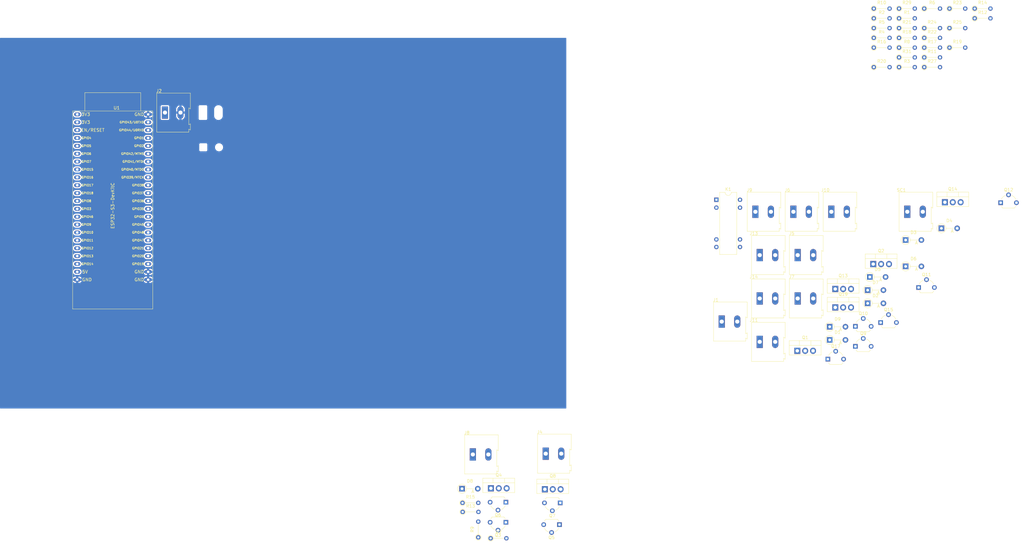
<source format=kicad_pcb>
(kicad_pcb (version 20211014) (generator pcbnew)
  (layers (0 "F.Cu" signal) (31 "B.Cu" power) (34 "B.Paste" user) (35 "F.Paste" user) (36 "B.SilkS" user "B.Silkscreen") (37 "F.SilkS" user "F.Silkscreen") (38 "B.Mask" user) (39 "F.Mask" user) (44 "Edge.Cuts" user))
  (net 0 "")
  (net 1 "+12V")
  (net 2 "Net-(D1-Pad2)")
  (net 3 "Net-(F1-Pad2)")
  (net 4 "GND")
  (net 5 "+3V3")
  (net 21 "Net-(D3-Pad2)")
  (net 24 "Net-(D4-Pad2)")
  (net 44 "Net-(C7-Pad2)")
  (net 45 "Net-(C8-Pad1)")
  (net 46 "Net-(D7-Pad2)")
  (net 47 "Net-(D8-Pad2)")
  (net 48 "Net-(D9-Pad2)")
  (net 49 "Net-(J1-Pad1)")
  (net 50 "Net-(C4-Pad1)")
  (net 51 "Net-(J6-Pad1)")
  (net 52 "Net-(C2-Pad1)")
  (net 53 "+5V")
  (net 54 "Net-(C5-Pad1)")
  (net 55 "Net-(C4-Pad2)")
  (net 56 "Net-(C5-Pad2)")
  (net 57 "Net-(Q2-Pad2)")
  (net 58 "VALVE1")
  (net 59 "Net-(Q3-Pad3)")
  (net 60 "Net-(Q4-Pad1)")
  (net 61 "VALVE4")
  (net 62 "Net-(Q5-Pad3)")
  (net 63 "Net-(Q7-Pad3)")
  (net 64 "VALVE3")
  (net 65 "Net-(Q11-Pad2)")
  (net 66 "Net-(Q10-Pad3)")
  (net 67 "Net-(Q11-Pad3)")
  (net 68 "Net-(Q12-Pad3)")
  (net 69 "VALVE5")
  (net 70 "Net-(Q15-Pad3)")
  (net 71 "Net-(Q17-Pad3)")
  (net 72 "/ADC1")
  (net 73 "Net-(R5-Pad2)")
  (net 74 "Net-(R11-Pad2)")
  (footprint "Resistor_THT:R_Axial_DIN0204_L3.6mm_D1.6mm_P5.08mm_Vertical" (layer "F.Cu") (at 184.023 166.497)
    (fp_text reference "R15" (at 2.54 -1.92) (layer "F.SilkS"))
    (fp_text value "10k")
    (pad "1" thru_hole circle (at 0 0) (size 1.4 1.4) (drill 0.7) (layers *.Cu *.Mask) (net 1 "+12V"))
    (pad "2" thru_hole oval (at 5.08 0) (size 1.4 1.4) (drill 0.7) (layers *.Cu *.Mask) (net 60 "Net-(Q4-Pad1)"))
  )
  (footprint "Resistor_THT:R_Axial_DIN0204_L3.6mm_D1.6mm_P5.08mm_Vertical" (layer "F.Cu") (at 324.739 13.31)
    (fp_text reference "R21" (at 2.54 -1.92) (layer "F.SilkS"))
    (fp_text value "10k")
    (pad "1" thru_hole circle (at 0 0) (size 1.4 1.4) (drill 0.7) (layers *.Cu *.Mask) (net 5 "+3V3"))
    (pad "2" thru_hole oval (at 5.08 0) (size 1.4 1.4) (drill 0.7) (layers *.Cu *.Mask) (net 65 "Net-(Q11-Pad2)"))
  )
  (footprint "Diode_THT:D_A-405_P5.08mm_Vertical_AnodeUp" (layer "F.Cu") (at 315.317 93.609)
    (fp_text reference "D5" (at 2.54 -2.47) (layer "F.SilkS"))
    (fp_text value "D_Small")
    (fp_text user "A" (at 3.48 0.9) (layer "F.SilkS"))
    (pad "1" thru_hole rect (at 0 0) (size 1.8 1.8) (drill 0.9) (layers *.Cu *.Mask) (net 44 "Net-(C7-Pad2)"))
    (pad "2" thru_hole oval (at 5.08 0) (size 1.8 1.8) (drill 0.9) (layers *.Cu *.Mask) (net 45 "Net-(C8-Pad1)"))
  )
  (footprint "Resistor_THT:R_Axial_DIN0204_L3.6mm_D1.6mm_P5.08mm_Vertical" (layer "F.Cu") (at 340.999 7.01)
    (fp_text reference "R23" (at 2.54 -1.92) (layer "F.SilkS"))
    (fp_text value "10k")
    (pad "1" thru_hole circle (at 0 0) (size 1.4 1.4) (drill 0.7) (layers *.Cu *.Mask) (net 1 "+12V"))
    (pad "2" thru_hole oval (at 5.08 0) (size 1.4 1.4) (drill 0.7) (layers *.Cu *.Mask) (net 67 "Net-(Q11-Pad3)"))
  )
  (footprint "Resistor_THT:R_Axial_DIN0204_L3.6mm_D1.6mm_P5.08mm_Vertical" (layer "F.Cu") (at 316.609 13.31)
    (fp_text reference "R5" (at 2.54 -1.92) (layer "F.SilkS"))
    (fp_text value "5k")
    (pad "1" thru_hole circle (at 0 0) (size 1.4 1.4) (drill 0.7) (layers *.Cu *.Mask) (net 5 "+3V3"))
    (pad "2" thru_hole oval (at 5.08 0) (size 1.4 1.4) (drill 0.7) (layers *.Cu *.Mask) (net 73 "Net-(R5-Pad2)"))
  )
  (footprint "Relay_THT:Relay_StandexMeder_DIP_LowProfile" (layer "F.Cu") (at 265.857 68.699)
    (fp_text reference "K1" (at 3.81 -3.39) (layer "F.SilkS"))
    (fp_text value "DIPxx-1Cxx-51x")
    (pad "1" thru_hole rect (at 0 0) (size 1.4 1.4) (drill 0.7) (layers *.Cu *.Mask) (net 54 "Net-(C5-Pad1)"))
    (pad "2" thru_hole circle (at 0 2.54) (size 1.4 1.4) (drill 0.7) (layers *.Cu *.Mask) (net 4 "GND"))
    (pad "6" thru_hole circle (at 0 12.8) (size 1.4 1.4) (drill 0.7) (layers *.Cu *.Mask) (net 50 "Net-(C4-Pad1)"))
    (pad "7" thru_hole circle (at 0 15.24) (size 1.4 1.4) (drill 0.7) (layers *.Cu *.Mask) (net 52 "Net-(C2-Pad1)"))
    (pad "8" thru_hole circle (at 7.62 15.24) (size 1.4 1.4) (drill 0.7) (layers *.Cu *.Mask) (net 52 "Net-(C2-Pad1)"))
    (pad "9" thru_hole circle (at 7.62 12.8) (size 1.4 1.4) (drill 0.7) (layers *.Cu *.Mask))
    (pad "13" thru_hole circle (at 7.62 2.54) (size 1.4 1.4) (drill 0.7) (layers *.Cu *.Mask))
    (pad "14" thru_hole circle (at 7.62 0) (size 1.4 1.4) (drill 0.7) (layers *.Cu *.Mask) (net 50 "Net-(C4-Pad1)"))
  )
  (footprint "Diode_THT:D_A-405_P5.08mm_Vertical_AnodeUp" (layer "F.Cu") (at 314.627 102.109)
    (fp_text reference "D2" (at 2.54 -2.47) (layer "F.SilkS"))
    (fp_text value "D_Small")
    (fp_text user "A" (at 3.48 0.9) (layer "F.SilkS"))
    (pad "1" thru_hole rect (at 0 0) (size 1.8 1.8) (drill 0.9) (layers *.Cu *.Mask) (net 1 "+12V"))
    (pad "2" thru_hole oval (at 5.08 0) (size 1.8 1.8) (drill 0.9) (layers *.Cu *.Mask) (net 4 "GND"))
  )
  (footprint "TerminalBlock:TerminalBlock_Altech_AK300-2_P5.00mm" (layer "F.Cu") (at 279.827 86.559)
    (fp_text reference "J13" (at -1.92 -6.99) (layer "F.SilkS"))
    (fp_text value "12V*_in")
    (pad "1" thru_hole rect (at 0 0) (size 1.98 3.96) (drill 1.32) (layers *.Cu *.Mask) (net 1 "+12V"))
    (pad "2" thru_hole oval (at 5 0) (size 1.98 3.96) (drill 1.32) (layers *.Cu *.Mask) (net 4 "GND"))
  )
  (footprint "Package_TO_SOT_THT:TO-220-3_Vertical" (layer "F.Cu") (at 210.566 162.108)
    (fp_text reference "Q8" (at 2.54 -4.27) (layer "F.SilkS"))
    (fp_text value "IRF3205")
    (pad "1" thru_hole rect (at 0 0) (size 1.905 2) (drill 1.1) (layers *.Cu *.Mask) (net 63 "Net-(Q7-Pad3)"))
    (pad "2" thru_hole oval (at 2.54 0) (size 1.905 2) (drill 1.1) (layers *.Cu *.Mask) (net 21 "Net-(D3-Pad2)"))
    (pad "3" thru_hole oval (at 5.08 0) (size 1.905 2) (drill 1.1) (layers *.Cu *.Mask) (net 4 "GND"))
  )
  (footprint "Resistor_THT:R_Axial_DIN0204_L3.6mm_D1.6mm_P5.08mm_Vertical" (layer "F.Cu") (at 316.609 7.01)
    (fp_text reference "R10" (at 2.54 -1.92) (layer "F.SilkS"))
    (fp_text value "DNP")
    (pad "1" thru_hole circle (at 0 0) (size 1.4 1.4) (drill 0.7) (layers *.Cu *.Mask) (net 61 "VALVE4"))
    (pad "2" thru_hole oval (at 5.08 0) (size 1.4 1.4) (drill 0.7) (layers *.Cu *.Mask) (net 62 "Net-(Q5-Pad3)"))
  )
  (footprint "TerminalBlock:TerminalBlock_Altech_AK300-2_P5.00mm" (layer "F.Cu") (at 290.677 72.569)
    (fp_text reference "J6" (at -1.92 -6.99) (layer "F.SilkS"))
    (fp_text value "adcon_input_wire")
    (pad "1" thru_hole rect (at 0 0) (size 1.98 3.96) (drill 1.32) (layers *.Cu *.Mask) (net 51 "Net-(J6-Pad1)"))
    (pad "2" thru_hole oval (at 5 0) (size 1.98 3.96) (drill 1.32) (layers *.Cu *.Mask) (net 4 "GND"))
  )
  (footprint "Resistor_THT:R_Axial_DIN0204_L3.6mm_D1.6mm_P5.08mm_Vertical" (layer "F.Cu") (at 193.09 177.927)
    (fp_text reference "R7" (at 2.54 -1.92) (layer "F.SilkS"))
    (fp_text value "10k")
    (pad "1" thru_hole circle (at 0 0) (size 1.4 1.4) (drill 0.7) (layers *.Cu *.Mask) (net 58 "VALVE1"))
    (pad "2" thru_hole oval (at 5.08 0) (size 1.4 1.4) (drill 0.7) (layers *.Cu *.Mask) (net 4 "GND"))
  )
  (footprint "Diode_THT:D_A-405_P5.08mm_Vertical_AnodeUp" (layer "F.Cu") (at 183.867 161.925)
    (fp_text reference "D8" (at 2.54 -2.47) (layer "F.SilkS"))
    (fp_text value "D_Small")
    (fp_text user "A" (at 3.48 0.9) (layer "F.SilkS"))
    (pad "1" thru_hole rect (at 0 0) (size 1.8 1.8) (drill 0.9) (layers *.Cu *.Mask) (net 1 "+12V"))
    (pad "2" thru_hole oval (at 5.08 0) (size 1.8 1.8) (drill 0.9) (layers *.Cu *.Mask) (net 47 "Net-(D8-Pad2)"))
  )
  (footprint "Resistor_THT:R_Axial_DIN0204_L3.6mm_D1.6mm_P5.08mm_Vertical" (layer "F.Cu") (at 324.739 10.16)
    (fp_text reference "R1" (at 2.54 -1.92) (layer "F.SilkS"))
    (fp_text value "50k")
    (pad "1" thru_hole circle (at 0 0) (size 1.4 1.4) (drill 0.7) (layers *.Cu *.Mask) (net 1 "+12V"))
    (pad "2" thru_hole oval (at 5.08 0) (size 1.4 1.4) (drill 0.7) (layers *.Cu *.Mask) (net 72 "/ADC1"))
  )
  (footprint "Diode_THT:D_A-405_P5.08mm_Vertical_AnodeUp" (layer "F.Cu") (at 314.627 97.859)
    (fp_text reference "D7" (at 2.54 -2.47) (layer "F.SilkS"))
    (fp_text value "D_Small")
    (fp_text user "A" (at 3.48 0.9) (layer "F.SilkS"))
    (pad "1" thru_hole rect (at 0 0) (size 1.8 1.8) (drill 0.9) (layers *.Cu *.Mask) (net 1 "+12V"))
    (pad "2" thru_hole oval (at 5.08 0) (size 1.8 1.8) (drill 0.9) (layers *.Cu *.Mask) (net 46 "Net-(D7-Pad2)"))
  )
  (footprint "Package_TO_SOT_THT:TO-92L_Wide" (layer "F.Cu") (at 198.003 172.759 180)
    (fp_text reference "Q3" (at 2.55 -4.15) (layer "F.SilkS"))
    (fp_text value "Q_NMOS_SGD")
    (pad "1" thru_hole rect (at 0 0 180) (size 1.5 1.5) (drill 0.8) (layers *.Cu *.Mask) (net 4 "GND"))
    (pad "2" thru_hole circle (at 2.54 -2.54 180) (size 1.5 1.5) (drill 0.8) (layers *.Cu *.Mask) (net 58 "VALVE1"))
    (pad "3" thru_hole circle (at 5.08 0 180) (size 1.5 1.5) (drill 0.8) (layers *.Cu *.Mask) (net 59 "Net-(Q3-Pad3)"))
  )
  (footprint "Package_TO_SOT_THT:TO-220-3_Vertical" (layer "F.Cu") (at 316.427 89.449)
    (fp_text reference "Q2" (at 2.54 -4.27) (layer "F.SilkS"))
    (fp_text value "IRF3205")
    (pad "1" thru_hole rect (at 0 0) (size 1.905 2) (drill 1.1) (layers *.Cu *.Mask) (net 56 "Net-(C5-Pad2)"))
    (pad "2" thru_hole oval (at 2.54 0) (size 1.905 2) (drill 1.1) (layers *.Cu *.Mask) (net 57 "Net-(Q2-Pad2)"))
    (pad "3" thru_hole oval (at 5.08 0) (size 1.905 2) (drill 1.1) (layers *.Cu *.Mask) (net 4 "GND"))
  )
  (footprint "Package_TO_SOT_THT:TO-92L_Wide" (layer "F.Cu") (at 310.667 115.999)
    (fp_text reference "Q9" (at 2.55 -4.15) (layer "F.SilkS"))
    (fp_text value "Q_NMOS_SGD")
    (pad "1" thru_hole rect (at 0 0) (size 1.5 1.5) (drill 0.8) (layers *.Cu *.Mask) (net 4 "GND"))
    (pad "2" thru_hole circle (at 2.54 -2.54) (size 1.5 1.5) (drill 0.8) (layers *.Cu *.Mask) (net 64 "VALVE3"))
    (pad "3" thru_hole circle (at 5.08 0) (size 1.5 1.5) (drill 0.8) (layers *.Cu *.Mask) (net 65 "Net-(Q11-Pad2)"))
  )
  (footprint "Resistor_THT:R_Axial_DIN0204_L3.6mm_D1.6mm_P5.08mm_Vertical" (layer "F.Cu") (at 324.739 22.76)
    (fp_text reference "R31" (at 2.54 -1.92) (layer "F.SilkS"))
    (fp_text value "10k")
    (pad "1" thru_hole circle (at 0 0) (size 1.4 1.4) (drill 0.7) (layers *.Cu *.Mask) (net 1 "+12V"))
    (pad "2" thru_hole oval (at 5.08 0) (size 1.4 1.4) (drill 0.7) (layers *.Cu *.Mask) (net 71 "Net-(Q17-Pad3)"))
  )
  (footprint "Espressif:ESP32-S3-DevKitC" (layer "F.Cu") (at 59.82452 41.1446)
    (fp_text reference "U1" (at 12.70368 -2.09728) (layer "F.SilkS"))
    (fp_text value "ESP32-S3-DevKitC" (at 11.43 29.464 90) (layer "F.SilkS"))
    (fp_text user "GPIO44/U0RXD" (at 21.59368 5.08272 unlocked) (layer "F.SilkS") (effects (font (size 0.7 0.7)) (justify right)))
    (fp_text user "GPIO38" (at 21.59368 22.86272 unlocked) (layer "F.SilkS") (effects (font (size 0.7 0.7)) (justify right)))
    (fp_text user "GPIO39/MTCK" (at 21.59368 20.32272 unlocked) (layer "F.SilkS") (effects (font (size 0.7 0.7)) (justify right)))
    (fp_text user "GPIO1" (at 21.59368 7.62272 unlocked) (layer "F.SilkS") (effects (font (size 0.7 0.7)) (justify right)))
    (fp_text user "GPIO13" (at 1.27368 45.72272 unlocked) (layer "F.SilkS") (effects (font (size 0.7 0.7)) (justify left)))
    (fp_text user "GPIO0" (at 21.59368 33.02272 unlocked) (layer "F.SilkS") (effects (font (size 0.7 0.7)) (justify right)))
    (fp_text user "GPIO3" (at 1.27368 30.48272 unlocked) (layer "F.SilkS") (effects (font (size 0.7 0.7)) (justify left)))
    (fp_text user "GPIO47" (at 21.59368 40.64272 unlocked) (layer "F.SilkS") (effects (font (size 0.7 0.7)) (justify right)))
    (fp_text user "GND" (at 21.59368 53.34272 unlocked) (layer "F.SilkS") (effects (justify right)))
    (fp_text user "GPIO42/MTMS" (at 21.59368 12.70272 unlocked) (layer "F.SilkS") (effects (font (size 0.7 0.7)) (justify right)))
    (fp_text user "GPIO48" (at 21.59368 38.10272 unlocked) (layer "F.SilkS") (effects (font (size 0.7 0.7)) (justify right)))
    (fp_text user "GPIO37" (at 21.59368 25.40272 unlocked) (layer "F.SilkS") (effects (font (size 0.7 0.7)) (justify right)))
    (fp_text user "GPIO16" (at 1.27368 20.32272 unlocked) (layer "F.SilkS") (effects (font (size 0.7 0.7)) (justify left)))
    (fp_text user "GPIO18" (at 1.27368 25.40272 unlocked) (layer "F.SilkS") (effects (font (size 0.7 0.7)) (justify left)))
    (fp_text user "GND" (at 21.59368 0.00272 unlocked) (layer "F.SilkS") (effects (justify right)))
    (fp_text user "GPIO9" (at 1.27368 35.56272 unlocked) (layer "F.SilkS") (effects (font (size 0.7 0.7)) (justify left)))
    (fp_text user "GPIO15" (at 1.27368 17.78272 unlocked) (layer "F.SilkS") (effects (font (size 0.7 0.7)) (justify left)))
    (fp_text user "GPIO14" (at 1.27368 48.26272 unlocked) (layer "F.SilkS") (effects (font (size 0.7 0.7)) (justify left)))
    (fp_text user "EN/RESET" (at 8.89 5.08 unlocked) (layer "F.SilkS") (effects (justify right)))
    (fp_text user "GPIO21" (at 21.59368 43.18272 unlocked) (layer "F.SilkS") (effects (font (size 0.7 0.7)) (justify right)))
    (fp_text user "GPIO12" (at 1.27368 43.18272 unlocked) (layer "F.SilkS") (effects (font (size 0.7 0.7)) (justify left)))
    (fp_text user "GPIO7" (at 1.27368 15.24272 unlocked) (layer "F.SilkS") (effects (font (size 0.7 0.7)) (justify left)))
    (fp_text user "GPIO5" (at 1.27368 10.16272 unlocked) (layer "F.SilkS") (effects (font (size 0.7 0.7)) (justify left)))
    (fp_text user "GPIO45" (at 21.59368 35.56272 unlocked) (layer "F.SilkS") (effects (font (size 0.7 0.7)) (justify right)))
    (fp_text user "GPIO20" (at 21.59368 45.72272 unlocked) (layer "F.SilkS") (effects (font (size 0.7 0.7)) (justify right)))
    (fp_text user "3V3" (at 1.27368 0.00272 unlocked) (layer "F.SilkS") (effects (justify left)))
    (fp_text user "GPIO41/MTDI" (at 21.59368 15.24272 unlocked) (layer "F.SilkS") (effects (font (size 0.7 0.7)) (justify right)))
    (fp_text user "GPIO46" (at 1.27368 33.02272 unlocked) (layer "F.SilkS") (effects (font (size 0.7 0.7)) (justify left)))
    (fp_text user "5V" (at 1.524 50.8 unlocked) (layer "F.SilkS") (effects (justify left)))
    (fp_text user "3V3" (at 1.27368 2.54272 unlocked) (layer "F.SilkS") (effects (justify left)))
    (fp_text user "GPIO6" (at 1.27368 12.70272 unlocked) (layer "F.SilkS") (effects (font (size 0.7 0.7)) (justify left)))
    (fp_text user "GND" (at 21.59368 50.80272 unlocked) (layer "F.SilkS") (effects (justify right)))
    (fp_text user "GPIO17" (at 1.27368 22.86272 unlocked) (layer "F.SilkS") (effects (font (size 0.7 0.7)) (justify left)))
    (fp_text user "GPIO43/U0TXD" (at 21.59368 2.54272 unlocked) (layer "F.SilkS") (effects (font (size 0.7 0.7)) (justify right)))
    (fp_text user "GPIO4" (at 1.27368 7.62272 unlocked) (layer "F.SilkS") (effects (font (size 0.7 0.7)) (justify left)))
    (fp_text user "GPIO36" (at 21.59368 27.94272 unlocked) (layer "F.SilkS") (effects (font (size 0.7 0.7)) (justify right)))
    (fp_text user "GPIO10" (at 1.27368 38.10272 unlocked) (layer "F.SilkS") (effects (font (size 0.7 0.7)) (justify left)))
    (fp_text user "GPIO19" (at 21.59368 48.26272 unlocked) (layer "F.SilkS") (effects (font (size 0.7 0.7)) (justify right)))
    (fp_text user "GPIO2" (at 21.59368 10.16272 unlocked) (layer "F.SilkS") (effects (font (size 0.7 0.7)) (justify right)))
    (fp_text user "GPIO40/MTDO" (at 21.59368 17.78272 unlocked) (layer "F.SilkS") (effects (font (size 0.7 0.7)) (justify right)))
    (fp_text user "GPIO11" (at 1.27368 40.64272 unlocked) (layer "F.SilkS") (effects (font (size 0.7 0.7)) (justify left)))
    (fp_text user "GPIO35" (at 21.59368 30.48272 unlocked) (layer "F.SilkS") (effects (font (size 0.7 0.7)) (justify right)))
    (fp_text user "GPIO8" (at 1.27368 27.94272 unlocked) (layer "F.SilkS") (effects (font (size 0.7 0.7)) (justify left)))
    (fp_text user "GND" (at 1.524 53.34 unlocked) (layer "F.SilkS") (effects (justify left)))
    (pad "1" thru_hole oval locked (at 0.00368 0.00272 270) (size 1.2 2) (drill 0.8) (layers *.Cu *.Mask) (net 5 "+3V3"))
    (pad "2" thru_hole oval locked (at 0.00368 2.54272 270) (size 1.2 2) (drill 0.8) (layers *.Cu *.Mask) (net 5 "+3V3"))
    (pad "3" thru_hole oval locked (at 0.00368 5.08272 270) (size 1.2 2) (drill 0.8) (layers *.Cu *.Mask))
    (pad "4" thru_hole oval locked (at 0.00368 7.62272 270) (size 1.2 2) (drill 0.8) (layers *.Cu *.Mask))
    (pad "5" thru_hole oval locked (at 0.00368 10.16272 270) (size 1.2 2) (drill 0.8) (layers *.Cu *.Mask))
    (pad "6" thru_hole oval locked (at 0.00368 12.70272 270) (size 1.2 2) (drill 0.8) (layers *.Cu *.Mask))
    (pad "7" thru_hole oval locked (at 0.00368 15.24272 270) (size 1.2 2) (drill 0.8) (layers *.Cu *.Mask))
    (pad "8" thru_hole oval locked (at 0.00368 17.78272 270) (size 1.2 2) (drill 0.8) (layers *.Cu *.Mask))
    (pad "9" thru_hole oval locked (at 0.00368 20.32272 270) (size 1.2 2) (drill 0.8) (layers *.Cu *.Mask))
    (pad "10" thru_hole oval locked (at 0.00368 22.86272 270) (size 1.2 2) (drill 0.8) (layers *.Cu *.Mask))
    (pad "11" thru_hole oval locked (at 0.00368 25.40272 270) (size 1.2 2) (drill 0.8) (layers *.Cu *.Mask))
    (pad "12" thru_hole oval locked (at 0.00368 27.94272 270) (size 1.2 2) (drill 0.8) (layers *.Cu *.Mask))
    (pad "13" thru_hole oval locked (at 0.00368 30.48272 270) (size 1.2 2) (drill 0.8) (layers *.Cu *.Mask))
    (pad "14" thru_hole oval locked (at 0.00368 33.02272 270) (size 1.2 2) (drill 0.8) (layers *.Cu *.Mask))
    (pad "15" thru_hole oval locked (at 0.00368 35.56272 270) (size 1.2 2) (drill 0.8) (layers *.Cu *.Mask))
    (pad "16" thru_hole oval locked (at 0.00368 38.10272 270) (size 1.2 2) (drill 0.8) (layers *.Cu *.Mask))
    (pad "17" thru_hole oval locked (at 0.00368 40.64272 270) (size 1.2 2) (drill 0.8) (layers *.Cu *.Mask))
    (pad "18" thru_hole oval locked (at 0.00368 43.18272 270) (size 1.2 2) (drill 0.8) (layers *.Cu *.Mask) (net 72 "/ADC1"))
    (pad "19" thru_hole oval locked (at 0.00368 45.72272 270) (size 1.2 2) (drill 0.8) (layers *.Cu *.Mask))
    (pad "20" thru_hole oval locked (at 0 48.26 270) (size 1.2 2) (drill 0.8) (layers *.Cu *.Mask))
    (pad "21" thru_hole oval locked (at 0 50.8 270) (size 1.2 2) (drill 0.8) (layers *.Cu *.Mask) (net 53 "+5V"))
    (pad "22" thru_hole roundrect locked (at 0 53.34 270) (size 1.2 2) (drill 0.8) (layers *.Cu *.Mask) (net 4 "GND"))
    (pad "23" thru_hole roundrect locked (at 22.86368 53.34272 270) (size 1.2 2) (drill 0.8) (layers *.Cu *.Mask) (net 4 "GND"))
    (pad "24" thru_hole roundrect locked (at 22.86368 50.80272 270) (size 1.2 2) (drill 0.8) (layers *.Cu *.Mask) (net 4 "GND"))
    (pad "25" thru_hole oval locked (at 22.86368 48.26272 270) (size 1.2 2) (drill 0.8) (layers *.Cu *.Mask))
    (pad "26" thru_hole oval locked (at 22.86368 45.72272 270) (size 1.2 2) (drill 0.8) (layers *.Cu *.Mask))
    (pad "27" thru_hole oval locked (at 22.86368 43.18272 270) (size 1.2 2) (drill 0.8) (layers *.Cu *.Mask))
    (pad "28" thru_hole oval locked (at 22.86368 40.64272 270) (size 1.2 2) (drill 0.8) (layers *.Cu *.Mask))
    (pad "29" thru_hole oval locked (at 22.86368 38.10272 270) (size 1.2 2) (drill 0.8) (layers *.Cu *.Mask))
    (pad "30" thru_hole oval locked (at 22.86368 35.56272 270) (size 1.2 2) (drill 0.8) (layers *.Cu *.Mask))
    (pad "31" thru_hole oval locked (at 22.86368 33.02272 270) (size 1.2 2) (drill 0.8) (layers *.Cu *.Mask))
    (pad "32" thru_hole oval locked (at 22.86368 30.48272 270) (size 1.2 2) (drill 0.8) (layers *.Cu *.Mask))
    (pad "33" thru_hole oval locked (at 22.86368 27.94272 270) (size 1.2 2) (drill 0.8) (layers *.Cu *.Mask))
    (pad "34" thru_hole oval locked (at 22.86368 25.40272 270) (size 1.2 2) (drill 0.8) (layers *.Cu *.Mask))
    (pad "35" thru_hole oval locked (at 22.86368 22.86272 270) (size 1.2 2) (drill 0.8) (layers *.Cu *.Mask))
    (pad "36" thru_hole oval locked (at 22.86368 20.32272 270) (size 1.2 2) (drill 0.8) (layers *.Cu *.Mask))
    (pad "37" thru_hole oval locked (at 22.86368 17.78272 270) (size 1.2 2) (drill 0.8) (layers *.Cu *.Mask))
    (pad "38" thru_hole oval locked (at 22.86368 15.24272 270) (size 1.2 2) (drill 0.8) (layers *.Cu *.Mask))
    (pad "39" thru_hole oval locked (at 22.86368 12.70272 270) (size 1.2 2) (drill 0.8) (layers *.Cu *.Mask))
    (pad "40" thru_hole oval locked (at 22.86368 10.16272 270) (size 1.2 2) (drill 0.8) (layers *.Cu *.Mask))
    (pad "41" thru_hole oval locked (at 22.86368 7.62272 270) (size 1.2 2) (drill 0.8) (layers *.Cu *.Mask))
    (pad "42" thru_hole oval locked (at 22.86368 5.08272 270) (size 1.2 2) (drill 0.8) (layers *.Cu *.Mask))
    (pad "43" thru_hole oval locked (at 22.86368 2.54272 270) (size 1.2 2) (drill 0.8) (layers *.Cu *.Mask))
    (pad "44" thru_hole roundrect locked (at 22.86368 0.00272 270) (size 1.2 2) (drill 0.8) (layers *.Cu *.Mask) (net 4 "GND"))
  )
  (footprint "Package_TO_SOT_THT:TO-220-3_Vertical" (layer "F.Cu") (at 304.187 97.479)
    (fp_text reference "Q13" (at 2.54 -4.27) (layer "F.SilkS"))
    (fp_text value "IRF3205")
    (pad "1" thru_hole rect (at 0 0) (size 1.905 2) (drill 1.1) (layers *.Cu *.Mask) (net 67 "Net-(Q11-Pad3)"))
    (pad "2" thru_hole oval (at 2.54 0) (size 1.905 2) (drill 1.1) (layers *.Cu *.Mask) (net 24 "Net-(D4-Pad2)"))
    (pad "3" thru_hole oval (at 5.08 0) (size 1.905 2) (drill 1.1) (layers *.Cu *.Mask) (net 4 "GND"))
  )
  (footprint "TerminalBlock:TerminalBlock_Altech_AK300-2_P5.00mm" (layer "F.Cu") (at 292.067 100.549)
    (fp_text reference "J7" (at -1.92 -6.99) (layer "F.SilkS"))
    (fp_text value "Solenoid4")
    (pad "1" thru_hole rect (at 0 0) (size 1.98 3.96) (drill 1.32) (layers *.Cu *.Mask) (net 1 "+12V"))
    (pad "2" thru_hole oval (at 5 0) (size 1.98 3.96) (drill 1.32) (layers *.Cu *.Mask) (net 46 "Net-(D7-Pad2)"))
  )
  (footprint "Resistor_THT:R_Axial_DIN0204_L3.6mm_D1.6mm_P5.08mm_Vertical" (layer "F.Cu") (at 324.739 25.91)
    (fp_text reference "R3" (at 2.54 -1.92) (layer "F.SilkS"))
    (fp_text value "10k")
    (pad "1" thru_hole circle (at 0 0) (size 1.4 1.4) (drill 0.7) (layers *.Cu *.Mask) (net 50 "Net-(C4-Pad1)"))
    (pad "2" thru_hole oval (at 5.08 0) (size 1.4 1.4) (drill 0.7) (layers *.Cu *.Mask) (net 55 "Net-(C4-Pad2)"))
  )
  (footprint "Diode_THT:D_A-405_P5.08mm_Vertical_AnodeUp" (layer "F.Cu") (at 326.867 90.189)
    (fp_text reference "D6" (at 2.54 -2.47) (layer "F.SilkS"))
    (fp_text value "D_Small")
    (fp_text user "A" (at 3.48 0.9) (layer "F.SilkS"))
    (pad "1" thru_hole rect (at 0 0) (size 1.8 1.8) (drill 0.9) (layers *.Cu *.Mask) (net 4 "GND"))
    (pad "2" thru_hole oval (at 5.08 0) (size 1.8 1.8) (drill 0.9) (layers *.Cu *.Mask) (net 44 "Net-(C7-Pad2)"))
  )
  (footprint "Resistor_THT:R_Axial_DIN0204_L3.6mm_D1.6mm_P5.08mm_Vertical" (layer "F.Cu") (at 349.129 10.16)
    (fp_text reference "R12" (at 2.54 -1.92) (layer "F.SilkS"))
    (fp_text value "120")
    (pad "1" thru_hole circle (at 0 0) (size 1.4 1.4) (drill 0.7) (layers *.Cu *.Mask) (net 74 "Net-(R11-Pad2)"))
    (pad "2" thru_hole oval (at 5.08 0) (size 1.4 1.4) (drill 0.7) (layers *.Cu *.Mask) (net 45 "Net-(C8-Pad1)"))
  )
  (footprint "Resistor_THT:R_Axial_DIN0204_L3.6mm_D1.6mm_P5.08mm_Vertical" (layer "F.Cu") (at 332.869 19.61)
    (fp_text reference "R17" (at 2.54 -1.92) (layer "F.SilkS"))
    (fp_text value "10k")
    (pad "1" thru_hole circle (at 0 0) (size 1.4 1.4) (drill 0.7) (layers *.Cu *.Mask) (net 64 "VALVE3"))
    (pad "2" thru_hole oval (at 5.08 0) (size 1.4 1.4) (drill 0.7) (layers *.Cu *.Mask) (net 4 "GND"))
  )
  (footprint "TerminalBlock:TerminalBlock_Altech_AK300-2_P5.00mm" (layer "F.Cu") (at 278.437 72.569)
    (fp_text reference "J9" (at -1.92 -6.99) (layer "F.SilkS"))
    (fp_text value "12V_in")
    (pad "1" thru_hole rect (at 0 0) (size 1.98 3.96) (drill 1.32) (layers *.Cu *.Mask) (net 4 "GND"))
    (pad "2" thru_hole oval (at 5 0) (size 1.98 3.96) (drill 1.32) (layers *.Cu *.Mask) (net 52 "Net-(C2-Pad1)"))
  )
  (footprint "Resistor_THT:R_Axial_DIN0204_L3.6mm_D1.6mm_P5.08mm_Vertical" (layer "F.Cu") (at 189.103 177.623 90)
    (fp_text reference "R9" (at 2.54 -1.92 90) (layer "F.SilkS"))
    (fp_text value "DNP")
    (pad "1" thru_hole circle (at 0 0 90) (size 1.4 1.4) (drill 0.7) (layers *.Cu *.Mask) (net 58 "VALVE1"))
    (pad "2" thru_hole oval (at 5.08 0 90) (size 1.4 1.4) (drill 0.7) (layers *.Cu *.Mask) (net 59 "Net-(Q3-Pad3)"))
  )
  (footprint "Resistor_THT:R_Axial_DIN0204_L3.6mm_D1.6mm_P5.08mm_Vertical" (layer "F.Cu") (at 340.999 13.31)
    (fp_text reference "R25" (at 2.54 -1.92) (layer "F.SilkS"))
    (fp_text value "10k")
    (pad "1" thru_hole circle (at 0 0) (size 1.4 1.4) (drill 0.7) (layers *.Cu *.Mask) (net 69 "VALVE5"))
    (pad "2" thru_hole oval (at 5.08 0) (size 1.4 1.4) (drill 0.7) (layers *.Cu *.Mask) (net 4 "GND"))
  )
  (footprint "TerminalBlock:TerminalBlock_Altech_AK300-2_P5.00mm" (layer "F.Cu") (at 279.827 114.539)
    (fp_text reference "J11" (at -1.92 -6.99) (layer "F.SilkS"))
    (fp_text value "Solenoid5*")
    (pad "1" thru_hole rect (at 0 0) (size 1.98 3.96) (drill 1.32) (layers *.Cu *.Mask) (net 1 "+12V"))
    (pad "2" thru_hole oval (at 5 0) (size 1.98 3.96) (drill 1.32) (layers *.Cu *.Mask) (net 48 "Net-(D9-Pad2)"))
  )
  (footprint "TerminalBlock:TerminalBlock_Altech_AK300-2_P5.00mm" (layer "F.Cu") (at 302.917 72.569)
    (fp_text reference "J10" (at -1.92 -6.99) (layer "F.SilkS"))
    (fp_text value "13.5-14V*_out")
    (pad "1" thru_hole rect (at 0 0) (size 1.98 3.96) (drill 1.32) (layers *.Cu *.Mask) (net 4 "GND"))
    (pad "2" thru_hole oval (at 5 0) (size 1.98 3.96) (drill 1.32) (layers *.Cu *.Mask) (net 2 "Net-(D1-Pad2)"))
  )
  (footprint "Resistor_THT:R_Axial_DIN0204_L3.6mm_D1.6mm_P5.08mm_Vertical" (layer "F.Cu") (at 316.609 19.61)
    (fp_text reference "R16" (at 2.54 -1.92) (layer "F.SilkS"))
    (fp_text value "10k")
    (pad "1" thru_hole circle (at 0 0) (size 1.4 1.4) (drill 0.7) (layers *.Cu *.Mask) (net 1 "+12V"))
    (pad "2" thru_hole oval (at 5.08 0) (size 1.4 1.4) (drill 0.7) (layers *.Cu *.Mask) (net 63 "Net-(Q7-Pad3)"))
  )
  (footprint "Diode_THT:D_A-405_P5.08mm_Vertical_AnodeUp" (layer "F.Cu") (at 302.387 113.919)
    (fp_text reference "D1" (at 2.54 -2.47) (layer "F.SilkS"))
    (fp_text value "D_Small")
    (fp_text user "A" (at 3.48 0.9) (layer "F.SilkS"))
    (pad "1" thru_hole rect (at 0 0) (size 1.8 1.8) (drill 0.9) (layers *.Cu *.Mask) (net 1 "+12V"))
    (pad "2" thru_hole oval (at 5.08 0) (size 1.8 1.8) (drill 0.9) (layers *.Cu *.Mask) (net 2 "Net-(D1-Pad2)"))
  )
  (footprint "Resistor_THT:R_Axial_DIN0204_L3.6mm_D1.6mm_P5.08mm_Vertical" (layer "F.Cu") (at 324.739 16.46)
    (fp_text reference "R18" (at 2.54 -1.92) (layer "F.SilkS"))
    (fp_text value "10k")
    (pad "1" thru_hole circle (at 0 0) (size 1.4 1.4) (drill 0.7) (layers *.Cu *.Mask) (net 61 "VALVE4"))
    (pad "2" thru_hole oval (at 5.08 0) (size 1.4 1.4) (drill 0.7) (layers *.Cu *.Mask) (net 4 "GND"))
  )
  (footprint "Diode_THT:D_A-405_P5.08mm_Vertical_AnodeUp" (layer "F.Cu") (at 338.407 77.909)
    (fp_text reference "D4" (at 2.54 -2.47) (layer "F.SilkS"))
    (fp_text value "D_Small")
    (fp_text user "A" (at 3.48 0.9) (layer "F.SilkS"))
    (pad "1" thru_hole rect (at 0 0) (size 1.8 1.8) (drill 0.9) (layers *.Cu *.Mask) (net 1 "+12V"))
    (pad "2" thru_hole oval (at 5.08 0) (size 1.8 1.8) (drill 0.9) (layers *.Cu *.Mask) (net 24 "Net-(D4-Pad2)"))
  )
  (footprint "Diode_THT:D_A-405_P5.08mm_Vertical_AnodeUp" (layer "F.Cu") (at 302.387 109.669)
    (fp_text reference "D9" (at 2.54 -2.47) (layer "F.SilkS"))
    (fp_text value "D_Small")
    (fp_text user "A" (at 3.48 0.9) (layer "F.SilkS"))
    (pad "1" thru_hole rect (at 0 0) (size 1.8 1.8) (drill 0.9) (layers *.Cu *.Mask) (net 1 "+12V"))
    (pad "2" thru_hole oval (at 5.08 0) (size 1.8 1.8) (drill 0.9) (layers *.Cu *.Mask) (net 48 "Net-(D9-Pad2)"))
  )
  (footprint "TerminalBlock:TerminalBlock_Altech_AK300-2_P5.00mm" (layer "F.Cu") (at 267.587 108.009)
    (fp_text reference "J1" (at -1.92 -6.99) (layer "F.SilkS"))
    (fp_text value "12V extern")
    (pad "1" thru_hole rect (at 0 0) (size 1.98 3.96) (drill 1.32) (layers *.Cu *.Mask) (net 49 "Net-(J1-Pad1)"))
    (pad "2" thru_hole oval (at 5 0) (size 1.98 3.96) (drill 1.32) (layers *.Cu *.Mask) (net 50 "Net-(C4-Pad1)"))
  )
  (footprint "Package_TO_SOT_THT:TO-220-3_Vertical" (layer "F.Cu") (at 193.167 161.798)
    (fp_text reference "Q4" (at 2.54 -4.27) (layer "F.SilkS"))
    (fp_text value "IRF3205")
    (pad "1" thru_hole rect (at 0 0) (size 1.905 2) (drill 1.1) (layers *.Cu *.Mask) (net 60 "Net-(Q4-Pad1)"))
    (pad "2" thru_hole oval (at 2.54 0) (size 1.905 2) (drill 1.1) (layers *.Cu *.Mask) (net 47 "Net-(D8-Pad2)"))
    (pad "3" thru_hole oval (at 5.08 0) (size 1.905 2) (drill 1.1) (layers *.Cu *.Mask) (net 4 "GND"))
  )
  (footprint "Resistor_THT:R_Axial_DIN0204_L3.6mm_D1.6mm_P5.08mm_Vertical" (layer "F.Cu") (at 340.999 19.61)
    (fp_text reference "R19" (at 2.54 -1.92) (layer "F.SilkS"))
    (fp_text value "DNP")
    (pad "1" thru_hole circle (at 0 0) (size 1.4 1.4) (drill 0.7) (layers *.Cu *.Mask) (net 64 "VALVE3"))
    (pad "2" thru_hole oval (at 5.08 0) (size 1.4 1.4) (drill 0.7) (layers *.Cu *.Mask) (net 65 "Net-(Q11-Pad2)"))
  )
  (footprint "TerminalBlock:TerminalBlock_Altech_AK300-2_P5.00mm" (layer "F.Cu") (at 210.849 150.622)
    (fp_text reference "J4" (at -1.92 -6.99) (layer "F.SilkS"))
    (fp_text value "Solenoid2")
    (pad "1" thru_hole rect (at 0 0) (size 1.98 3.96) (drill 1.32) (layers *.Cu *.Mask) (net 1 "+12V"))
    (pad "2" thru_hole oval (at 5 0) (size 1.98 3.96) (drill 1.32) (layers *.Cu *.Mask) (net 21 "Net-(D3-Pad2)"))
  )
  (footprint "Package_TO_SOT_THT:TO-92L_Wide" (layer "F.Cu") (at 215.275 173.521 180)
    (fp_text reference "Q5" (at 2.55 -4.15) (layer "F.SilkS"))
    (fp_text value "Q_NMOS_SGD")
    (pad "1" thru_hole rect (at 0 0 180) (size 1.5 1.5) (drill 0.8) (layers *.Cu *.Mask) (net 4 "GND"))
    (pad "2" thru_hole circle (at 2.54 -2.54 180) (size 1.5 1.5) (drill 0.8) (layers *.Cu *.Mask) (net 61 "VALVE4"))
    (pad "3" thru_hole circle (at 5.08 0 180) (size 1.5 1.5) (drill 0.8) (layers *.Cu *.Mask) (net 62 "Net-(Q5-Pad3)"))
  )
  (footprint "Package_TO_SOT_THT:TO-220-3_Vertical" (layer "F.Cu") (at 291.947 117.429)
    (fp_text reference "Q1" (at 2.54 -4.27) (layer "F.SilkS"))
    (fp_text value "IRF3205")
    (pad "1" thru_hole rect (at 0 0) (size 1.905 2) (drill 1.1) (layers *.Cu *.Mask) (net 55 "Net-(C4-Pad2)"))
    (pad "2" thru_hole oval (at 2.54 0) (size 1.905 2) (drill 1.1) (layers *.Cu *.Mask) (net 49 "Net-(J1-Pad1)"))
    (pad "3" thru_hole oval (at 5.08 0) (size 1.905 2) (drill 1.1) (layers *.Cu *.Mask) (net 4 "GND"))
  )
  (footprint "TerminalBlock:TerminalBlock_Altech_AK300-2_P5.00mm" (layer "F.Cu") (at 187.354 150.876)
    (fp_text reference "J8" (at -1.92 -6.99) (layer "F.SilkS"))
    (fp_text value "Solenoid1")
    (pad "1" thru_hole rect (at 0 0) (size 1.98 3.96) (drill 1.32) (layers *.Cu *.Mask) (net 1 "+12V"))
    (pad "2" thru_hole oval (at 5 0) (size 1.98 3.96) (drill 1.32) (layers *.Cu *.Mask) (net 47 "Net-(D8-Pad2)"))
  )
  (footprint "Resistor_THT:R_Axial_DIN0204_L3.6mm_D1.6mm_P5.08mm_Vertical" (layer "F.Cu") (at 316.609 25.91)
    (fp_text reference "R20" (at 2.54 -1.92) (layer "F.SilkS"))
    (fp_text value "DNP")
    (pad "1" thru_hole circle (at 0 0) (size 1.4 1.4) (drill 0.7) (layers *.Cu *.Mask) (net 61 "VALVE4"))
    (pad "2" thru_hole oval (at 5.08 0) (size 1.4 1.4) (drill 0.7) (layers *.Cu *.Mask) (net 66 "Net-(Q10-Pad3)"))
  )
  (footprint "Resistor_THT:R_Axial_DIN0204_L3.6mm_D1.6mm_P5.08mm_Vertical" (layer "F.Cu") (at 332.869 16.46)
    (fp_text reference "R22" (at 2.54 -1.92) (layer "F.SilkS"))
    (fp_text value "10k")
    (pad "1" thru_hole circle (at 0 0) (size 1.4 1.4) (drill 0.7) (layers *.Cu *.Mask) (net 5 "+3V3"))
    (pad "2" thru_hole oval (at 5.08 0) (size 1.4 1.4) (drill 0.7) (layers *.Cu *.Mask) (net 66 "Net-(Q10-Pad3)"))
  )
  (footprint "Resistor_THT:R_Axial_DIN0204_L3.6mm_D1.6mm_P5.08mm_Vertical" (layer "F.Cu") (at 316.609 16.46)
    (fp_text reference "R4" (at 2.54 -1.92) (layer "F.SilkS"))
    (fp_text value "10k")
    (pad "1" thru_hole circle (at 0 0) (size 1.4 1.4) (drill 0.7) (layers *.Cu *.Mask) (net 54 "Net-(C5-Pad1)"))
    (pad "2" thru_hole oval (at 5.08 0) (size 1.4 1.4) (drill 0.7) (layers *.Cu *.Mask) (net 56 "Net-(C5-Pad2)"))
  )
  (footprint "TerminalBlock:TerminalBlock_Altech_AK300-2_P5.00mm" (layer "F.Cu") (at 292.067 86.559)
    (fp_text reference "J5" (at -1.92 -6.99) (layer "F.SilkS"))
    (fp_text value "Solenoid3")
    (pad "1" thru_hole rect (at 0 0) (size 1.98 3.96) (drill 1.32) (layers *.Cu *.Mask) (net 1 "+12V"))
    (pad "2" thru_hole oval (at 5 0) (size 1.98 3.96) (drill 1.32) (layers *.Cu *.Mask) (net 24 "Net-(D4-Pad2)"))
  )
  (footprint "Package_TO_SOT_THT:TO-92L_Wide" (layer "F.Cu") (at 198.003 166.282 180)
    (fp_text reference "Q6" (at 2.55 -4.15) (layer "F.SilkS"))
    (fp_text value "Q_NMOS_SGD")
    (pad "1" thru_hole rect (at 0 0 180) (size 1.5 1.5) (drill 0.8) (layers *.Cu *.Mask) (net 4 "GND"))
    (pad "2" thru_hole circle (at 2.54 -2.54 180) (size 1.5 1.5) (drill 0.8) (layers *.Cu *.Mask) (net 59 "Net-(Q3-Pad3)"))
    (pad "3" thru_hole circle (at 5.08 0 180) (size 1.5 1.5) (drill 0.8) (layers *.Cu *.Mask) (net 60 "Net-(Q4-Pad1)"))
  )
  (footprint "Resistor_THT:R_Axial_DIN0204_L3.6mm_D1.6mm_P5.08mm_Vertical" (layer "F.Cu") (at 324.739 19.61)
    (fp_text reference "R8" (at 2.54 -1.92) (layer "F.SilkS"))
    (fp_text value "10k")
    (pad "1" thru_hole circle (at 0 0) (size 1.4 1.4) (drill 0.7) (layers *.Cu *.Mask) (net 61 "VALVE4"))
    (pad "2" thru_hole oval (at 5.08 0) (size 1.4 1.4) (drill 0.7) (layers *.Cu *.Mask) (net 4 "GND"))
  )
  (footprint "Resistor_THT:R_Axial_DIN0204_L3.6mm_D1.6mm_P5.08mm_Vertical" (layer "F.Cu") (at 349.129 7.01)
    (fp_text reference "R14" (at 2.54 -1.92) (layer "F.SilkS"))
    (fp_text value "10k")
    (pad "1" thru_hole circle (at 0 0) (size 1.4 1.4) (drill 0.7) (layers *.Cu *.Mask) (net 5 "+3V3"))
    (pad "2" thru_hole oval (at 5.08 0) (size 1.4 1.4) (drill 0.7) (layers *.Cu *.Mask) (net 62 "Net-(Q5-Pad3)"))
  )
  (footprint "Package_TO_SOT_THT:TO-92L_Wide" (layer "F.Cu") (at 301.787 120.119)
    (fp_text reference "Q17" (at 2.55 -4.15) (layer "F.SilkS"))
    (fp_text value "Q_NMOS_SGD")
    (pad "1" thru_hole rect (at 0 0) (size 1.5 1.5) (drill 0.8) (layers *.Cu *.Mask) (net 4 "GND"))
    (pad "2" thru_hole circle (at 2.54 -2.54) (size 1.5 1.5) (drill 0.8) (layers *.Cu *.Mask) (net 70 "Net-(Q15-Pad3)"))
    (pad "3" thru_hole circle (at 5.08 0) (size 1.5 1.5) (drill 0.8) (layers *.Cu *.Mask) (net 71 "Net-(Q17-Pad3)"))
  )
  (footprint "Resistor_THT:R_Axial_DIN0204_L3.6mm_D1.6mm_P5.08mm_Vertical" (layer "F.Cu") (at 332.869 25.91)
    (fp_text reference "R27" (at 2.54 -1.92) (layer "F.SilkS"))
    (fp_text value "DNP")
    (pad "1" thru_hole circle (at 0 0) (size 1.4 1.4) (drill 0.7) (layers *.Cu *.Mask) (net 69 "VALVE5"))
    (pad "2" thru_hole oval (at 5.08 0) (size 1.4 1.4) (drill 0.7) (layers *.Cu *.Mask) (net 70 "Net-(Q15-Pad3)"))
  )
  (footprint "TerminalBlock:TerminalBlock_Altech_AK300-2_P5.00mm" (layer "F.Cu") (at 327.397 72.569)
    (fp_text reference "SC1" (at -1.92 -6.99) (layer "F.SilkS"))
    (fp_text value "Solar_Cells")
    (pad "1" thru_hole rect (at 0 0) (size 1.98 3.96) (drill 1.32) (layers *.Cu *.Mask) (net 54 "Net-(C5-Pad1)"))
    (pad "2" thru_hole oval (at 5 0) (size 1.98 3.96) (drill 1.32) (layers *.Cu *.Mask) (net 57 "Net-(Q2-Pad2)"))
  )
  (footprint "Resistor_THT:R_Axial_DIN0204_L3.6mm_D1.6mm_P5.08mm_Vertical" (layer "F.Cu") (at 316.609 10.16)
    (fp_text reference "R2" (at 2.54 -1.92) (layer "F.SilkS"))
    (fp_text value "10k")
    (pad "1" thru_hole circle (at 0 0) (size 1.4 1.4) (drill 0.7) (layers *.Cu *.Mask) (net 72 "/ADC1"))
    (pad "2" thru_hole oval (at 5.08 0) (size 1.4 1.4) (drill 0.7) (layers *.Cu *.Mask) (net 4 "GND"))
  )
  (footprint "TerminalBlock:TerminalBlock_Altech_AK300-2_P5.00mm" (layer "F.Cu") (at 88.1032 40.5692)
    (fp_text reference "J2" (at -1.92 -6.99) (layer "F.SilkS"))
    (fp_text value "baterie")
    (pad "1" thru_hole rect (at 0 0) (size 1.98 3.96) (drill 1.32) (layers *.Cu *.Mask) (net 3 "Net-(F1-Pad2)"))
    (pad "2" thru_hole oval (at 5 0) (size 1.98 3.96) (drill 1.32) (layers *.Cu *.Mask) (net 4 "GND"))
  )
  (footprint "Package_TO_SOT_THT:TO-220-3_Vertical" (layer "F.Cu") (at 304.187 103.439)
    (fp_text reference "Q19" (at 2.54 -4.27) (layer "F.SilkS"))
    (fp_text value "IRF3205")
    (pad "1" thru_hole rect (at 0 0) (size 1.905 2) (drill 1.1) (layers *.Cu *.Mask) (net 71 "Net-(Q17-Pad3)"))
    (pad "2" thru_hole oval (at 2.54 0) (size 1.905 2) (drill 1.1) (layers *.Cu *.Mask) (net 48 "Net-(D9-Pad2)"))
    (pad "3" thru_hole oval (at 5.08 0) (size 1.905 2) (drill 1.1) (layers *.Cu *.Mask) (net 4 "GND"))
  )
  (footprint "Package_TO_SOT_THT:TO-220-3_Vertical" (layer "F.Cu") (at 339.517 69.499)
    (fp_text reference "Q14" (at 2.54 -4.27) (layer "F.SilkS"))
    (fp_text value "IRF3205")
    (pad "1" thru_hole rect (at 0 0) (size 1.905 2) (drill 1.1) (layers *.Cu *.Mask) (net 68 "Net-(Q12-Pad3)"))
    (pad "2" thru_hole oval (at 2.54 0) (size 1.905 2) (drill 1.1) (layers *.Cu *.Mask) (net 46 "Net-(D7-Pad2)"))
    (pad "3" thru_hole oval (at 5.08 0) (size 1.905 2) (drill 1.1) (layers *.Cu *.Mask) (net 4 "GND"))
  )
  (footprint "Diode_THT:D_A-405_P5.08mm_Vertical_AnodeUp" (layer "F.Cu") (at 326.867 81.689)
    (fp_text reference "D3" (at 2.54 -2.47) (layer "F.SilkS"))
    (fp_text value "D_Small")
    (fp_text user "A" (at 3.48 0.9) (layer "F.SilkS"))
    (pad "1" thru_hole rect (at 0 0) (size 1.8 1.8) (drill 0.9) (layers *.Cu *.Mask) (net 1 "+12V"))
    (pad "2" thru_hole oval (at 5.08 0) (size 1.8 1.8) (drill 0.9) (layers *.Cu *.Mask) (net 21 "Net-(D3-Pad2)"))
  )
  (footprint "Resistor_THT:R_Axial_DIN0204_L3.6mm_D1.6mm_P5.08mm_Vertical" (layer "F.Cu") (at 332.869 13.31)
    (fp_text reference "R24" (at 2.54 -1.92) (layer "F.SilkS"))
    (fp_text value "10k")
    (pad "1" thru_hole circle (at 0 0) (size 1.4 1.4) (drill 0.7) (layers *.Cu *.Mask) (net 1 "+12V"))
    (pad "2" thru_hole oval (at 5.08 0) (size 1.4 1.4) (drill 0.7) (layers *.Cu *.Mask) (net 68 "Net-(Q12-Pad3)"))
  )
  (footprint "Resistor_THT:R_Axial_DIN0204_L3.6mm_D1.6mm_P5.08mm_Vertical" (layer "F.Cu") (at 184.073 169.418)
    (fp_text reference "R13" (at 2.54 -1.92) (layer "F.SilkS"))
    (fp_text value "10k")
    (pad "1" thru_hole circle (at 0 0) (size 1.4 1.4) (drill 0.7) (layers *.Cu *.Mask) (net 5 "+3V3"))
    (pad "2" thru_hole oval (at 5.08 0) (size 1.4 1.4) (drill 0.7) (layers *.Cu *.Mask) (net 59 "Net-(Q3-Pad3)"))
  )
  (footprint "Resistor_THT:R_Axial_DIN0204_L3.6mm_D1.6mm_P5.08mm_Vertical" (layer "F.Cu") (at 324.739 7.01)
    (fp_text reference "R29" (at 2.54 -1.92) (layer "F.SilkS"))
    (fp_text value "10k")
    (pad "1" thru_hole circle (at 0 0) (size 1.4 1.4) (drill 0.7) (layers *.Cu *.Mask) (net 5 "+3V3"))
    (pad "2" thru_hole oval (at 5.08 0) (size 1.4 1.4) (drill 0.7) (layers *.Cu *.Mask) (net 70 "Net-(Q15-Pad3)"))
  )
  (footprint "Package_TO_SOT_THT:TO-92L_Wide" (layer "F.Cu") (at 318.817 108.309)
    (fp_text reference "Q15" (at 2.55 -4.15) (layer "F.SilkS"))
    (fp_text value "Q_NMOS_SGD")
    (pad "1" thru_hole rect (at 0 0) (size 1.5 1.5) (drill 0.8) (layers *.Cu *.Mask) (net 4 "GND"))
    (pad "2" thru_hole circle (at 2.54 -2.54) (size 1.5 1.5) (drill 0.8) (layers *.Cu *.Mask) (net 69 "VALVE5"))
    (pad "3" thru_hole circle (at 5.08 0) (size 1.5 1.5) (drill 0.8) (layers *.Cu *.Mask) (net 70 "Net-(Q15-Pad3)"))
  )
  (footprint "Package_TO_SOT_THT:TO-92L_Wide" (layer "F.Cu") (at 215.519 166.497 180)
    (fp_text reference "Q7" (at 2.55 -4.15) (layer "F.SilkS"))
    (fp_text value "Q_NMOS_SGD")
    (pad "1" thru_hole rect (at 0 0 180) (size 1.5 1.5) (drill 0.8) (layers *.Cu *.Mask) (net 4 "GND"))
    (pad "2" thru_hole circle (at 2.54 -2.54 180) (size 1.5 1.5) (drill 0.8) (layers *.Cu *.Mask) (net 62 "Net-(Q5-Pad3)"))
    (pad "3" thru_hole circle (at 5.08 0 180) (size 1.5 1.5) (drill 0.8) (layers *.Cu *.Mask) (net 63 "Net-(Q7-Pad3)"))
  )
  (footprint "Resistor_THT:R_Axial_DIN0204_L3.6mm_D1.6mm_P5.08mm_Vertical" (layer "F.Cu") (at 332.869 7.01)
    (fp_text reference "R6" (at 2.54 -1.92) (layer "F.SilkS"))
    (fp_text value "10k")
    (pad "1" thru_hole circle (at 0 0) (size 1.4 1.4) (drill 0.7) (layers *.Cu *.Mask) (net 73 "Net-(R5-Pad2)"))
    (pad "2" thru_hole oval (at 5.08 0) (size 1.4 1.4) (drill 0.7) (layers *.Cu *.Mask) (net 4 "GND"))
  )
  (footprint "Package_TO_SOT_THT:TO-92L_Wide" (layer "F.Cu") (at 331.057 97.009)
    (fp_text reference "Q11" (at 2.55 -4.15) (layer "F.SilkS"))
    (fp_text value "Q_NMOS_SGD")
    (pad "1" thru_hole rect (at 0 0) (size 1.5 1.5) (drill 0.8) (layers *.Cu *.Mask) (net 4 "GND"))
    (pad "2" thru_hole circle (at 2.54 -2.54) (size 1.5 1.5) (drill 0.8) (layers *.Cu *.Mask) (net 65 "Net-(Q11-Pad2)"))
    (pad "3" thru_hole circle (at 5.08 0) (size 1.5 1.5) (drill 0.8) (layers *.Cu *.Mask) (net 67 "Net-(Q11-Pad3)"))
  )
  (footprint "TerminalBlock:TerminalBlock_Altech_AK300-2_P5.00mm" (layer "F.Cu") (at 279.827 100.549)
    (fp_text reference "J14" (at -1.92 -6.99) (layer "F.SilkS"))
    (fp_text value "5v_out")
    (pad "1" thru_hole rect (at 0 0) (size 1.98 3.96) (drill 1.32) (layers *.Cu *.Mask) (net 53 "+5V"))
    (pad "2" thru_hole oval (at 5 0) (size 1.98 3.96) (drill 1.32) (layers *.Cu *.Mask) (net 4 "GND"))
  )
  (footprint "Package_TO_SOT_THT:TO-92L_Wide" (layer "F.Cu") (at 357.507 69.649)
    (fp_text reference "Q12" (at 2.55 -4.15) (layer "F.SilkS"))
    (fp_text value "Q_NMOS_SGD")
    (pad "1" thru_hole rect (at 0 0) (size 1.5 1.5) (drill 0.8) (layers *.Cu *.Mask) (net 4 "GND"))
    (pad "2" thru_hole circle (at 2.54 -2.54) (size 1.5 1.5) (drill 0.8) (layers *.Cu *.Mask) (net 66 "Net-(Q10-Pad3)"))
    (pad "3" thru_hole circle (at 5.08 0) (size 1.5 1.5) (drill 0.8) (layers *.Cu *.Mask) (net 68 "Net-(Q12-Pad3)"))
  )
  (footprint "Package_TO_SOT_THT:TO-92L_Wide" (layer "F.Cu") (at 310.667 109.549)
    (fp_text reference "Q10" (at 2.55 -4.15) (layer "F.SilkS"))
    (fp_text value "Q_NMOS_SGD")
    (pad "1" thru_hole rect (at 0 0) (size 1.5 1.5) (drill 0.8) (layers *.Cu *.Mask) (net 4 "GND"))
    (pad "2" thru_hole circle (at 2.54 -2.54) (size 1.5 1.5) (drill 0.8) (layers *.Cu *.Mask) (net 61 "VALVE4"))
    (pad "3" thru_hole circle (at 5.08 0) (size 1.5 1.5) (drill 0.8) (layers *.Cu *.Mask) (net 66 "Net-(Q10-Pad3)"))
  )
  (footprint "Resistor_THT:R_Axial_DIN0204_L3.6mm_D1.6mm_P5.08mm_Vertical" (layer "F.Cu") (at 332.869 22.76)
    (fp_text reference "R11" (at 2.54 -1.92) (layer "F.SilkS"))
    (fp_text value "10k")
    (pad "1" thru_hole circle (at 0 0) (size 1.4 1.4) (drill 0.7) (layers *.Cu *.Mask) (net 4 "GND"))
    (pad "2" thru_hole oval (at 5.08 0) (size 1.4 1.4) (drill 0.7) (layers *.Cu *.Mask) (net 74 "Net-(R11-Pad2)"))
  )
  (zone (net 4) (net_name "GND") (layer "B.Cu") (connect_pads (clearance 0.4)) (min_thickness 0.25) (fill yes (thermal_gap 0.4) (thermal_bridge_width 0.7))
    (polygon (pts (xy 217.4748 136.0424) (xy 34.925 136.0424) (xy 34.925 16.4592) (xy 217.4748 16.4592)))
  )
)
</source>
